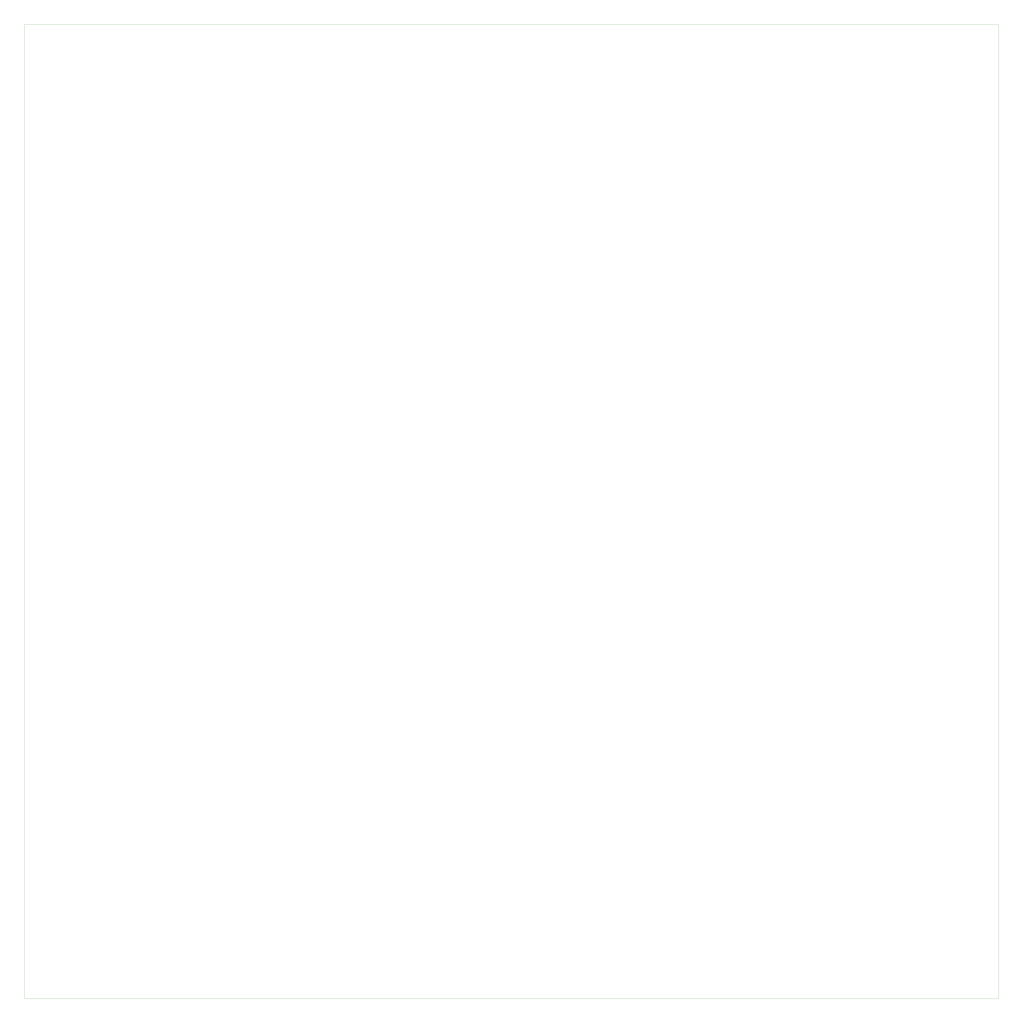
<source format=gbr>
G04 #@! TF.GenerationSoftware,KiCad,Pcbnew,(5.1.9)-1*
G04 #@! TF.CreationDate,2021-12-17T10:10:51-05:00*
G04 #@! TF.ProjectId,500x500-dc-metro-map-dev,35303078-3530-4302-9d64-632d6d657472,rev?*
G04 #@! TF.SameCoordinates,Original*
G04 #@! TF.FileFunction,Profile,NP*
%FSLAX46Y46*%
G04 Gerber Fmt 4.6, Leading zero omitted, Abs format (unit mm)*
G04 Created by KiCad (PCBNEW (5.1.9)-1) date 2021-12-17 10:10:51*
%MOMM*%
%LPD*%
G01*
G04 APERTURE LIST*
G04 #@! TA.AperFunction,Profile*
%ADD10C,0.050000*%
G04 #@! TD*
G04 APERTURE END LIST*
D10*
X77470000Y-27432000D02*
X77470000Y-527494500D01*
X577532500Y-527494500D02*
X77470000Y-527494500D01*
X577532500Y-27432000D02*
X577532500Y-527494500D01*
X77470000Y-27432000D02*
X577532500Y-27432000D01*
M02*

</source>
